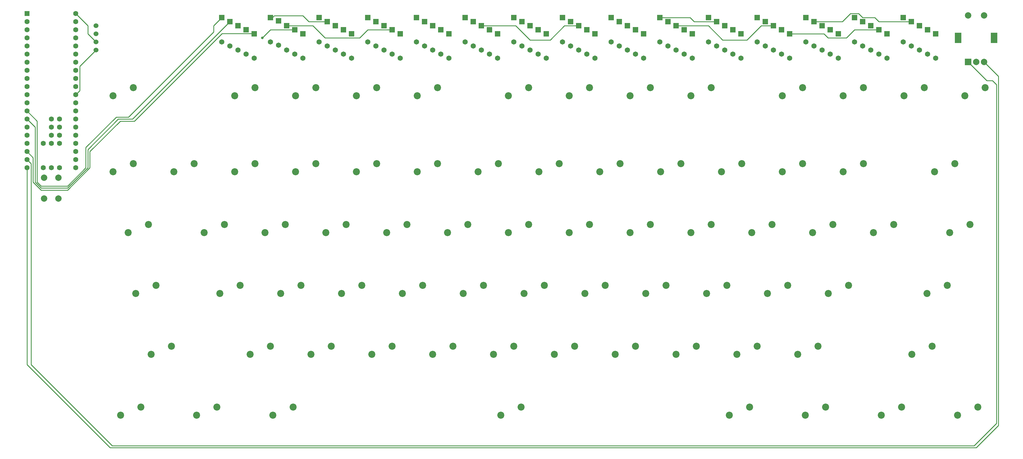
<source format=gbr>
%TF.GenerationSoftware,KiCad,Pcbnew,(5.1.7)-1*%
%TF.CreationDate,2020-12-17T15:46:30-08:00*%
%TF.ProjectId,memers and dreamers,6d656d65-7273-4206-916e-642064726561,rev?*%
%TF.SameCoordinates,Original*%
%TF.FileFunction,Copper,L2,Bot*%
%TF.FilePolarity,Positive*%
%FSLAX46Y46*%
G04 Gerber Fmt 4.6, Leading zero omitted, Abs format (unit mm)*
G04 Created by KiCad (PCBNEW (5.1.7)-1) date 2020-12-17 15:46:30*
%MOMM*%
%LPD*%
G01*
G04 APERTURE LIST*
%TA.AperFunction,ComponentPad*%
%ADD10C,1.600000*%
%TD*%
%TA.AperFunction,ComponentPad*%
%ADD11R,1.600000X1.600000*%
%TD*%
%TA.AperFunction,ComponentPad*%
%ADD12C,2.200000*%
%TD*%
%TA.AperFunction,ComponentPad*%
%ADD13C,1.651000*%
%TD*%
%TA.AperFunction,ComponentPad*%
%ADD14R,1.651000X1.651000*%
%TD*%
%TA.AperFunction,ComponentPad*%
%ADD15C,2.000000*%
%TD*%
%TA.AperFunction,WasherPad*%
%ADD16R,2.000000X3.200000*%
%TD*%
%TA.AperFunction,ComponentPad*%
%ADD17R,2.000000X2.000000*%
%TD*%
%TA.AperFunction,ComponentPad*%
%ADD18C,1.524000*%
%TD*%
%TA.AperFunction,ViaPad*%
%ADD19C,0.800000*%
%TD*%
%TA.AperFunction,Conductor*%
%ADD20C,0.250000*%
%TD*%
G04 APERTURE END LIST*
D10*
%TO.P,U2,9*%
%TO.N,Net-(U2-Pad9)*%
X-6350000Y-54610000D03*
%TO.P,U2,10*%
%TO.N,Net-(U2-Pad10)*%
X-6350000Y-57150000D03*
%TO.P,U2,11*%
%TO.N,Net-(U2-Pad11)*%
X-6350000Y-59690000D03*
%TO.P,U2,8*%
%TO.N,Net-(U2-Pad8)*%
X-6350000Y-52070000D03*
%TO.P,U2,7*%
%TO.N,Net-(U2-Pad7)*%
X-6350000Y-49530000D03*
%TO.P,U2,6*%
%TO.N,Net-(U2-Pad6)*%
X-6350000Y-46990000D03*
%TO.P,U2,5*%
%TO.N,Net-(U2-Pad5)*%
X-6350000Y-44450000D03*
%TO.P,U2,4*%
%TO.N,SDA*%
X-6350000Y-41910000D03*
%TO.P,U2,3*%
%TO.N,SCL*%
X-6350000Y-39370000D03*
%TO.P,U2,2*%
%TO.N,Net-(U2-Pad2)*%
X-6350000Y-36830000D03*
D11*
%TO.P,U2,1*%
%TO.N,Net-(U2-Pad1)*%
X-6350000Y-34290000D03*
D10*
%TO.P,U2,12*%
%TO.N,Net-(U2-Pad12)*%
X-6350000Y-62230000D03*
%TO.P,U2,13*%
%TO.N,Row0*%
X-6350000Y-64770000D03*
%TO.P,U2,14*%
%TO.N,Row1*%
X-6350000Y-67310000D03*
%TO.P,U2,15*%
%TO.N,Row2*%
X-6350000Y-69850000D03*
%TO.P,U2,16*%
%TO.N,Row3*%
X-6350000Y-72390000D03*
%TO.P,U2,17*%
%TO.N,Row4*%
X-6350000Y-74930000D03*
%TO.P,U2,18*%
%TO.N,Row5*%
X-6350000Y-77470000D03*
%TO.P,U2,19*%
%TO.N,EncA*%
X-6350000Y-80010000D03*
%TO.P,U2,20*%
%TO.N,EncB*%
X-6350000Y-82550000D03*
%TO.P,U2,21*%
%TO.N,+5V*%
X-1270000Y-82550000D03*
%TO.P,U2,22*%
%TO.N,GND*%
X1270000Y-82550000D03*
%TO.P,U2,23*%
%TO.N,Reset*%
X3810000Y-82550000D03*
%TO.P,U2,24*%
%TO.N,Net-(U2-Pad24)*%
X8890000Y-82550000D03*
%TO.P,U2,25*%
%TO.N,Net-(U2-Pad25)*%
X8890000Y-80010000D03*
%TO.P,U2,26*%
%TO.N,Col14*%
X8890000Y-77470000D03*
%TO.P,U2,27*%
%TO.N,Col13*%
X8890000Y-74930000D03*
%TO.P,U2,28*%
%TO.N,Col12*%
X8890000Y-72390000D03*
%TO.P,U2,29*%
%TO.N,Col11*%
X8890000Y-69850000D03*
%TO.P,U2,30*%
%TO.N,Col10*%
X8890000Y-67310000D03*
%TO.P,U2,31*%
%TO.N,Col9*%
X8890000Y-64770000D03*
%TO.P,U2,32*%
%TO.N,Net-(U2-Pad32)*%
X8890000Y-62230000D03*
%TO.P,U2,33*%
%TO.N,GND*%
X8890000Y-59690000D03*
%TO.P,U2,34*%
%TO.N,Col8*%
X8890000Y-57150000D03*
%TO.P,U2,35*%
%TO.N,Col7*%
X8890000Y-54610000D03*
%TO.P,U2,36*%
%TO.N,Col6*%
X8890000Y-52070000D03*
%TO.P,U2,37*%
%TO.N,Col5*%
X8890000Y-49530000D03*
%TO.P,U2,38*%
%TO.N,Col4*%
X8890000Y-46990000D03*
%TO.P,U2,39*%
%TO.N,Col3*%
X8890000Y-44450000D03*
%TO.P,U2,40*%
%TO.N,Col2*%
X8890000Y-41910000D03*
%TO.P,U2,41*%
%TO.N,Col1*%
X8890000Y-39370000D03*
%TO.P,U2,42*%
%TO.N,Col0*%
X8890000Y-36830000D03*
%TO.P,U2,43*%
%TO.N,+5V*%
X8890000Y-34290000D03*
%TO.P,U2,44*%
%TO.N,Net-(U2-Pad44)*%
X3810000Y-67310000D03*
%TO.P,U2,45*%
%TO.N,Net-(U2-Pad45)*%
X3810000Y-69850000D03*
%TO.P,U2,46*%
%TO.N,Net-(U2-Pad46)*%
X3810000Y-72390000D03*
%TO.P,U2,47*%
%TO.N,Net-(U2-Pad47)*%
X3810000Y-74930000D03*
%TO.P,U2,48*%
%TO.N,Net-(U2-Pad48)*%
X1270000Y-67310000D03*
%TO.P,U2,49*%
%TO.N,Net-(U2-Pad49)*%
X1270000Y-69850000D03*
%TO.P,U2,50*%
%TO.N,Net-(U2-Pad50)*%
X1270000Y-72390000D03*
%TO.P,U2,51*%
%TO.N,Net-(U2-Pad51)*%
X1270000Y-74930000D03*
%TO.P,U2,52*%
%TO.N,Net-(U2-Pad52)*%
X-1270000Y-74930000D03*
%TD*%
D12*
%TO.P,SW14,1*%
%TO.N,Col0*%
X26957020Y-81280000D03*
%TO.P,SW14,2*%
%TO.N,Net-(D14-Pad2)*%
X20607020Y-83820000D03*
%TD*%
%TO.P,SW1,1*%
%TO.N,Col0*%
X26957020Y-57467500D03*
%TO.P,SW1,2*%
%TO.N,Net-(D1-Pad2)*%
X20607020Y-60007500D03*
%TD*%
D13*
%TO.P,D75,2*%
%TO.N,Net-(D75-Pad2)*%
X278130000Y-48260000D03*
D14*
%TO.P,D75,1*%
%TO.N,Row5*%
X278130000Y-40640000D03*
%TD*%
D13*
%TO.P,D74,2*%
%TO.N,Net-(D74-Pad2)*%
X262890000Y-48260000D03*
D14*
%TO.P,D74,1*%
%TO.N,Row5*%
X262890000Y-40640000D03*
%TD*%
D13*
%TO.P,D73,2*%
%TO.N,Net-(D73-Pad2)*%
X247650000Y-48260000D03*
D14*
%TO.P,D73,1*%
%TO.N,Row5*%
X247650000Y-40640000D03*
%TD*%
D13*
%TO.P,D72,2*%
%TO.N,Net-(D72-Pad2)*%
X217170000Y-48260000D03*
D14*
%TO.P,D72,1*%
%TO.N,Row5*%
X217170000Y-40640000D03*
%TD*%
D13*
%TO.P,D71,2*%
%TO.N,Net-(D71-Pad2)*%
X156210000Y-48260000D03*
D14*
%TO.P,D71,1*%
%TO.N,Row5*%
X156210000Y-40640000D03*
%TD*%
D13*
%TO.P,D70,2*%
%TO.N,Net-(D70-Pad2)*%
X95250000Y-48260000D03*
D14*
%TO.P,D70,1*%
%TO.N,Row5*%
X95250000Y-40640000D03*
%TD*%
D13*
%TO.P,D69,2*%
%TO.N,Net-(D69-Pad2)*%
X80010000Y-48260000D03*
D14*
%TO.P,D69,1*%
%TO.N,Row5*%
X80010000Y-40640000D03*
%TD*%
%TO.P,D68,1*%
%TO.N,Row5*%
X64770000Y-40640000D03*
D13*
%TO.P,D68,2*%
%TO.N,Net-(D68-Pad2)*%
X64770000Y-48260000D03*
%TD*%
%TO.P,D67,2*%
%TO.N,Net-(D67-Pad2)*%
X260350000Y-46990000D03*
D14*
%TO.P,D67,1*%
%TO.N,Row4*%
X260350000Y-39370000D03*
%TD*%
D13*
%TO.P,D66,2*%
%TO.N,Net-(D66-Pad2)*%
X232410000Y-48260000D03*
D14*
%TO.P,D66,1*%
%TO.N,Row4*%
X232410000Y-40640000D03*
%TD*%
D13*
%TO.P,D65,2*%
%TO.N,Net-(D65-Pad2)*%
X214630000Y-46990000D03*
D14*
%TO.P,D65,1*%
%TO.N,Row4*%
X214630000Y-39370000D03*
%TD*%
D13*
%TO.P,D64,2*%
%TO.N,Net-(D64-Pad2)*%
X201930000Y-48260000D03*
D14*
%TO.P,D64,1*%
%TO.N,Row4*%
X201930000Y-40640000D03*
%TD*%
D13*
%TO.P,D63,2*%
%TO.N,Net-(D63-Pad2)*%
X186690000Y-48260000D03*
D14*
%TO.P,D63,1*%
%TO.N,Row4*%
X186690000Y-40640000D03*
%TD*%
D13*
%TO.P,D62,2*%
%TO.N,Net-(D62-Pad2)*%
X171450000Y-48260000D03*
D14*
%TO.P,D62,1*%
%TO.N,Row4*%
X171450000Y-40640000D03*
%TD*%
D13*
%TO.P,D61,2*%
%TO.N,Net-(D61-Pad2)*%
X153670000Y-46990000D03*
D14*
%TO.P,D61,1*%
%TO.N,Row4*%
X153670000Y-39370000D03*
%TD*%
D13*
%TO.P,D60,2*%
%TO.N,Net-(D60-Pad2)*%
X140970000Y-48260000D03*
D14*
%TO.P,D60,1*%
%TO.N,Row4*%
X140970000Y-40640000D03*
%TD*%
D13*
%TO.P,D59,2*%
%TO.N,Net-(D59-Pad2)*%
X125730000Y-48260000D03*
D14*
%TO.P,D59,1*%
%TO.N,Row4*%
X125730000Y-40640000D03*
%TD*%
D13*
%TO.P,D58,2*%
%TO.N,Net-(D58-Pad2)*%
X110490000Y-48260000D03*
D14*
%TO.P,D58,1*%
%TO.N,Row4*%
X110490000Y-40640000D03*
%TD*%
D13*
%TO.P,D57,2*%
%TO.N,Net-(D57-Pad2)*%
X92710000Y-46990000D03*
D14*
%TO.P,D57,1*%
%TO.N,Row4*%
X92710000Y-39370000D03*
%TD*%
D13*
%TO.P,D56,2*%
%TO.N,Net-(D56-Pad2)*%
X77470000Y-46990000D03*
D14*
%TO.P,D56,1*%
%TO.N,Row4*%
X77470000Y-39370000D03*
%TD*%
D13*
%TO.P,D55,2*%
%TO.N,Net-(D55-Pad2)*%
X275590000Y-46990000D03*
D14*
%TO.P,D55,1*%
%TO.N,Row4*%
X275590000Y-39370000D03*
%TD*%
D13*
%TO.P,D54,2*%
%TO.N,Net-(D54-Pad2)*%
X257810000Y-45720000D03*
D14*
%TO.P,D54,1*%
%TO.N,Row3*%
X257810000Y-38100000D03*
%TD*%
D13*
%TO.P,D53,2*%
%TO.N,Net-(D53-Pad2)*%
X245110000Y-46990000D03*
D14*
%TO.P,D53,1*%
%TO.N,Row3*%
X245110000Y-39370000D03*
%TD*%
D13*
%TO.P,D52,2*%
%TO.N,Net-(D52-Pad2)*%
X229870000Y-46990000D03*
D14*
%TO.P,D52,1*%
%TO.N,Row3*%
X229870000Y-39370000D03*
%TD*%
D13*
%TO.P,D51,2*%
%TO.N,Net-(D51-Pad2)*%
X212090000Y-45720000D03*
D14*
%TO.P,D51,1*%
%TO.N,Row3*%
X212090000Y-38100000D03*
%TD*%
D13*
%TO.P,D50,2*%
%TO.N,Net-(D50-Pad2)*%
X199390000Y-46990000D03*
D14*
%TO.P,D50,1*%
%TO.N,Row3*%
X199390000Y-39370000D03*
%TD*%
D13*
%TO.P,D49,2*%
%TO.N,Net-(D49-Pad2)*%
X184150000Y-46990000D03*
D14*
%TO.P,D49,1*%
%TO.N,Row3*%
X184150000Y-39370000D03*
%TD*%
D13*
%TO.P,D48,2*%
%TO.N,Net-(D48-Pad2)*%
X168910000Y-46990000D03*
D14*
%TO.P,D48,1*%
%TO.N,Row3*%
X168910000Y-39370000D03*
%TD*%
D13*
%TO.P,D47,2*%
%TO.N,Net-(D47-Pad2)*%
X151130000Y-45720000D03*
D14*
%TO.P,D47,1*%
%TO.N,Row3*%
X151130000Y-38100000D03*
%TD*%
D13*
%TO.P,D46,2*%
%TO.N,Net-(D46-Pad2)*%
X138430000Y-46990000D03*
D14*
%TO.P,D46,1*%
%TO.N,Row3*%
X138430000Y-39370000D03*
%TD*%
D13*
%TO.P,D45,2*%
%TO.N,Net-(D45-Pad2)*%
X123190000Y-46990000D03*
D14*
%TO.P,D45,1*%
%TO.N,Row3*%
X123190000Y-39370000D03*
%TD*%
D13*
%TO.P,D44,2*%
%TO.N,Net-(D44-Pad2)*%
X107950000Y-46990000D03*
D14*
%TO.P,D44,1*%
%TO.N,Row3*%
X107950000Y-39370000D03*
%TD*%
D13*
%TO.P,D43,2*%
%TO.N,Net-(D43-Pad2)*%
X74930000Y-45720000D03*
D14*
%TO.P,D43,1*%
%TO.N,Row3*%
X74930000Y-38100000D03*
%TD*%
%TO.P,D42,1*%
%TO.N,Row3*%
X62230000Y-39370000D03*
D13*
%TO.P,D42,2*%
%TO.N,Net-(D42-Pad2)*%
X62230000Y-46990000D03*
%TD*%
%TO.P,D41,2*%
%TO.N,Net-(D41-Pad2)*%
X273050000Y-45720000D03*
D14*
%TO.P,D41,1*%
%TO.N,Row2*%
X273050000Y-38100000D03*
%TD*%
D13*
%TO.P,D40,2*%
%TO.N,Net-(D40-Pad2)*%
X255270000Y-44450000D03*
D14*
%TO.P,D40,1*%
%TO.N,Row2*%
X255270000Y-36830000D03*
%TD*%
D13*
%TO.P,D39,2*%
%TO.N,Net-(D39-Pad2)*%
X242570000Y-45720000D03*
D14*
%TO.P,D39,1*%
%TO.N,Row2*%
X242570000Y-38100000D03*
%TD*%
D13*
%TO.P,D38,2*%
%TO.N,Net-(D38-Pad2)*%
X227330000Y-45720000D03*
D14*
%TO.P,D38,1*%
%TO.N,Row2*%
X227330000Y-38100000D03*
%TD*%
D13*
%TO.P,D37,2*%
%TO.N,Net-(D37-Pad2)*%
X196850000Y-45720000D03*
D14*
%TO.P,D37,1*%
%TO.N,Row2*%
X196850000Y-38100000D03*
%TD*%
D13*
%TO.P,D36,2*%
%TO.N,Net-(D36-Pad2)*%
X194310000Y-44450000D03*
D14*
%TO.P,D36,1*%
%TO.N,Row2*%
X194310000Y-36830000D03*
%TD*%
D13*
%TO.P,D35,2*%
%TO.N,Net-(D35-Pad2)*%
X181610000Y-45720000D03*
D14*
%TO.P,D35,1*%
%TO.N,Row2*%
X181610000Y-38100000D03*
%TD*%
D13*
%TO.P,D34,2*%
%TO.N,Net-(D34-Pad2)*%
X166370000Y-45720000D03*
D14*
%TO.P,D34,1*%
%TO.N,Row2*%
X166370000Y-38100000D03*
%TD*%
D13*
%TO.P,D33,2*%
%TO.N,Net-(D33-Pad2)*%
X135890000Y-45720000D03*
D14*
%TO.P,D33,1*%
%TO.N,Row2*%
X135890000Y-38100000D03*
%TD*%
D13*
%TO.P,D32,2*%
%TO.N,Net-(D32-Pad2)*%
X120650000Y-45720000D03*
D14*
%TO.P,D32,1*%
%TO.N,Row2*%
X120650000Y-38100000D03*
%TD*%
D13*
%TO.P,D31,2*%
%TO.N,Net-(D31-Pad2)*%
X105410000Y-45720000D03*
D14*
%TO.P,D31,1*%
%TO.N,Row2*%
X105410000Y-38100000D03*
%TD*%
D13*
%TO.P,D30,2*%
%TO.N,Net-(D30-Pad2)*%
X90170000Y-45720000D03*
D14*
%TO.P,D30,1*%
%TO.N,Row2*%
X90170000Y-38100000D03*
%TD*%
D13*
%TO.P,D29,2*%
%TO.N,Net-(D29-Pad2)*%
X72390000Y-44196000D03*
D14*
%TO.P,D29,1*%
%TO.N,Row2*%
X72390000Y-36576000D03*
%TD*%
%TO.P,D28,1*%
%TO.N,Row2*%
X59690000Y-38100000D03*
D13*
%TO.P,D28,2*%
%TO.N,Net-(D28-Pad2)*%
X59690000Y-45720000D03*
%TD*%
%TO.P,D27,2*%
%TO.N,Net-(D27-Pad2)*%
X270510000Y-44450000D03*
D14*
%TO.P,D27,1*%
%TO.N,Row1*%
X270510000Y-36830000D03*
%TD*%
D13*
%TO.P,D26,2*%
%TO.N,Net-(D26-Pad2)*%
X240030000Y-44450000D03*
D14*
%TO.P,D26,1*%
%TO.N,Row1*%
X240030000Y-36830000D03*
%TD*%
D13*
%TO.P,D25,2*%
%TO.N,Net-(D25-Pad2)*%
X224790000Y-44450000D03*
D14*
%TO.P,D25,1*%
%TO.N,Row1*%
X224790000Y-36830000D03*
%TD*%
D13*
%TO.P,D24,2*%
%TO.N,Net-(D24-Pad2)*%
X209550000Y-44450000D03*
D14*
%TO.P,D24,1*%
%TO.N,Row1*%
X209550000Y-36830000D03*
%TD*%
D13*
%TO.P,D23,2*%
%TO.N,Net-(D23-Pad2)*%
X191770000Y-43180000D03*
D14*
%TO.P,D23,1*%
%TO.N,Row1*%
X191770000Y-35560000D03*
%TD*%
D13*
%TO.P,D22,2*%
%TO.N,Net-(D22-Pad2)*%
X179070000Y-44450000D03*
D14*
%TO.P,D22,1*%
%TO.N,Row1*%
X179070000Y-36830000D03*
%TD*%
D13*
%TO.P,D21,2*%
%TO.N,Net-(D21-Pad2)*%
X163830000Y-44450000D03*
D14*
%TO.P,D21,1*%
%TO.N,Row1*%
X163830000Y-36830000D03*
%TD*%
D13*
%TO.P,D20,2*%
%TO.N,Net-(D20-Pad2)*%
X148590000Y-44450000D03*
D14*
%TO.P,D20,1*%
%TO.N,Row1*%
X148590000Y-36830000D03*
%TD*%
D13*
%TO.P,D19,2*%
%TO.N,Net-(D19-Pad2)*%
X133350000Y-44450000D03*
D14*
%TO.P,D19,1*%
%TO.N,Row1*%
X133350000Y-36830000D03*
%TD*%
D13*
%TO.P,D18,2*%
%TO.N,Net-(D18-Pad2)*%
X118110000Y-44450000D03*
D14*
%TO.P,D18,1*%
%TO.N,Row1*%
X118110000Y-36830000D03*
%TD*%
D13*
%TO.P,D17,2*%
%TO.N,Net-(D17-Pad2)*%
X102870000Y-44450000D03*
D14*
%TO.P,D17,1*%
%TO.N,Row1*%
X102870000Y-36830000D03*
%TD*%
D13*
%TO.P,D16,2*%
%TO.N,Net-(D16-Pad2)*%
X87630000Y-44450000D03*
D14*
%TO.P,D16,1*%
%TO.N,Row1*%
X87630000Y-36830000D03*
%TD*%
D13*
%TO.P,D15,2*%
%TO.N,Net-(D15-Pad2)*%
X69850000Y-43180000D03*
D14*
%TO.P,D15,1*%
%TO.N,Row1*%
X69850000Y-35560000D03*
%TD*%
%TO.P,D14,1*%
%TO.N,Row1*%
X57150000Y-36830000D03*
D13*
%TO.P,D14,2*%
%TO.N,Net-(D14-Pad2)*%
X57150000Y-44450000D03*
%TD*%
%TO.P,D13,2*%
%TO.N,Net-(D13-Pad2)*%
X267970000Y-43180000D03*
D14*
%TO.P,D13,1*%
%TO.N,Row0*%
X267970000Y-35560000D03*
%TD*%
D13*
%TO.P,D12,2*%
%TO.N,Net-(D12-Pad2)*%
X252730000Y-43180000D03*
D14*
%TO.P,D12,1*%
%TO.N,Row0*%
X252730000Y-35560000D03*
%TD*%
D13*
%TO.P,D11,2*%
%TO.N,Net-(D11-Pad2)*%
X237490000Y-43180000D03*
D14*
%TO.P,D11,1*%
%TO.N,Row0*%
X237490000Y-35560000D03*
%TD*%
D13*
%TO.P,D10,2*%
%TO.N,Net-(D10-Pad2)*%
X222250000Y-43180000D03*
D14*
%TO.P,D10,1*%
%TO.N,Row0*%
X222250000Y-35560000D03*
%TD*%
D13*
%TO.P,D9,2*%
%TO.N,Net-(D9-Pad2)*%
X207010000Y-43180000D03*
D14*
%TO.P,D9,1*%
%TO.N,Row0*%
X207010000Y-35560000D03*
%TD*%
D13*
%TO.P,D8,2*%
%TO.N,Net-(D8-Pad2)*%
X176530000Y-43180000D03*
D14*
%TO.P,D8,1*%
%TO.N,Row0*%
X176530000Y-35560000D03*
%TD*%
D13*
%TO.P,D7,2*%
%TO.N,Net-(D7-Pad2)*%
X161290000Y-43180000D03*
D14*
%TO.P,D7,1*%
%TO.N,Row0*%
X161290000Y-35560000D03*
%TD*%
D13*
%TO.P,D6,2*%
%TO.N,Net-(D6-Pad2)*%
X146050000Y-43180000D03*
D14*
%TO.P,D6,1*%
%TO.N,Row0*%
X146050000Y-35560000D03*
%TD*%
D13*
%TO.P,D5,2*%
%TO.N,Net-(D5-Pad2)*%
X130810000Y-43180000D03*
D14*
%TO.P,D5,1*%
%TO.N,Row0*%
X130810000Y-35560000D03*
%TD*%
D13*
%TO.P,D4,2*%
%TO.N,Net-(D4-Pad2)*%
X115570000Y-43180000D03*
D14*
%TO.P,D4,1*%
%TO.N,Row0*%
X115570000Y-35560000D03*
%TD*%
D13*
%TO.P,D3,2*%
%TO.N,Net-(D3-Pad2)*%
X100330000Y-43180000D03*
D14*
%TO.P,D3,1*%
%TO.N,Row0*%
X100330000Y-35560000D03*
%TD*%
D13*
%TO.P,D2,2*%
%TO.N,Net-(D2-Pad2)*%
X85090000Y-43180000D03*
D14*
%TO.P,D2,1*%
%TO.N,Row0*%
X85090000Y-35560000D03*
%TD*%
%TO.P,D1,1*%
%TO.N,Row0*%
X54610000Y-35560000D03*
D13*
%TO.P,D1,2*%
%TO.N,Net-(D1-Pad2)*%
X54610000Y-43180000D03*
%TD*%
D12*
%TO.P,SW75,2*%
%TO.N,Net-(D75-Pad2)*%
X284988000Y-160020000D03*
%TO.P,SW75,1*%
%TO.N,Col14*%
X291338000Y-157480000D03*
%TD*%
%TO.P,SW74,2*%
%TO.N,Net-(D74-Pad2)*%
X261175500Y-160020000D03*
%TO.P,SW74,1*%
%TO.N,Col13*%
X267525500Y-157480000D03*
%TD*%
%TO.P,SW73,2*%
%TO.N,Net-(D73-Pad2)*%
X237363000Y-160020000D03*
%TO.P,SW73,1*%
%TO.N,Col11*%
X243713000Y-157480000D03*
%TD*%
%TO.P,SW72,2*%
%TO.N,Net-(D72-Pad2)*%
X213550500Y-160020000D03*
%TO.P,SW72,1*%
%TO.N,Col10*%
X219900500Y-157480000D03*
%TD*%
%TO.P,SW2,1*%
%TO.N,Col2*%
X65057020Y-57467500D03*
%TO.P,SW2,2*%
%TO.N,Net-(D2-Pad2)*%
X58707020Y-60007500D03*
%TD*%
%TO.P,SW3,1*%
%TO.N,Col3*%
X84107020Y-57467500D03*
%TO.P,SW3,2*%
%TO.N,Net-(D3-Pad2)*%
X77757020Y-60007500D03*
%TD*%
%TO.P,SW4,2*%
%TO.N,Net-(D4-Pad2)*%
X96807020Y-60007500D03*
%TO.P,SW4,1*%
%TO.N,Col4*%
X103157020Y-57467500D03*
%TD*%
%TO.P,SW5,1*%
%TO.N,Col5*%
X122207020Y-57467500D03*
%TO.P,SW5,2*%
%TO.N,Net-(D5-Pad2)*%
X115857020Y-60007500D03*
%TD*%
%TO.P,SW6,2*%
%TO.N,Net-(D6-Pad2)*%
X144432020Y-60007500D03*
%TO.P,SW6,1*%
%TO.N,Col7*%
X150782020Y-57467500D03*
%TD*%
%TO.P,SW7,1*%
%TO.N,Col8*%
X169832020Y-57467500D03*
%TO.P,SW7,2*%
%TO.N,Net-(D7-Pad2)*%
X163482020Y-60007500D03*
%TD*%
%TO.P,SW8,2*%
%TO.N,Net-(D8-Pad2)*%
X182532020Y-60007500D03*
%TO.P,SW8,1*%
%TO.N,Col9*%
X188882020Y-57467500D03*
%TD*%
%TO.P,SW9,2*%
%TO.N,Net-(D9-Pad2)*%
X201582020Y-60007500D03*
%TO.P,SW9,1*%
%TO.N,Col10*%
X207932020Y-57467500D03*
%TD*%
%TO.P,SW10,2*%
%TO.N,Net-(D10-Pad2)*%
X230157020Y-60007500D03*
%TO.P,SW10,1*%
%TO.N,Col11*%
X236507020Y-57467500D03*
%TD*%
%TO.P,SW11,1*%
%TO.N,Col12*%
X255557020Y-57467500D03*
%TO.P,SW11,2*%
%TO.N,Net-(D11-Pad2)*%
X249207020Y-60007500D03*
%TD*%
%TO.P,SW12,2*%
%TO.N,Net-(D12-Pad2)*%
X268257020Y-60007500D03*
%TO.P,SW12,1*%
%TO.N,Col13*%
X274607020Y-57467500D03*
%TD*%
%TO.P,SW13,1*%
%TO.N,Col14*%
X293657020Y-57467500D03*
%TO.P,SW13,2*%
%TO.N,Net-(D13-Pad2)*%
X287307020Y-60007500D03*
%TD*%
%TO.P,SW15,2*%
%TO.N,Net-(D15-Pad2)*%
X39657020Y-83820000D03*
%TO.P,SW15,1*%
%TO.N,Col1*%
X46007020Y-81280000D03*
%TD*%
%TO.P,SW16,2*%
%TO.N,Net-(D16-Pad2)*%
X58707020Y-83820000D03*
%TO.P,SW16,1*%
%TO.N,Col2*%
X65057020Y-81280000D03*
%TD*%
%TO.P,SW17,2*%
%TO.N,Net-(D17-Pad2)*%
X77757020Y-83820000D03*
%TO.P,SW17,1*%
%TO.N,Col3*%
X84107020Y-81280000D03*
%TD*%
%TO.P,SW18,1*%
%TO.N,Col4*%
X103157020Y-81280000D03*
%TO.P,SW18,2*%
%TO.N,Net-(D18-Pad2)*%
X96807020Y-83820000D03*
%TD*%
%TO.P,SW19,2*%
%TO.N,Net-(D19-Pad2)*%
X115857020Y-83820000D03*
%TO.P,SW19,1*%
%TO.N,Col5*%
X122207020Y-81280000D03*
%TD*%
%TO.P,SW20,1*%
%TO.N,Col6*%
X141257020Y-81280000D03*
%TO.P,SW20,2*%
%TO.N,Net-(D20-Pad2)*%
X134907020Y-83820000D03*
%TD*%
%TO.P,SW21,1*%
%TO.N,Col7*%
X160307020Y-81280000D03*
%TO.P,SW21,2*%
%TO.N,Net-(D21-Pad2)*%
X153957020Y-83820000D03*
%TD*%
%TO.P,SW22,2*%
%TO.N,Net-(D22-Pad2)*%
X173007020Y-83820000D03*
%TO.P,SW22,1*%
%TO.N,Col8*%
X179357020Y-81280000D03*
%TD*%
%TO.P,SW23,2*%
%TO.N,Net-(D23-Pad2)*%
X192057020Y-83820000D03*
%TO.P,SW23,1*%
%TO.N,Col9*%
X198407020Y-81280000D03*
%TD*%
%TO.P,SW24,1*%
%TO.N,Col10*%
X217457020Y-81280000D03*
%TO.P,SW24,2*%
%TO.N,Net-(D24-Pad2)*%
X211107020Y-83820000D03*
%TD*%
%TO.P,SW25,1*%
%TO.N,Col11*%
X236507020Y-81280000D03*
%TO.P,SW25,2*%
%TO.N,Net-(D25-Pad2)*%
X230157020Y-83820000D03*
%TD*%
%TO.P,SW26,1*%
%TO.N,Col12*%
X255557020Y-81280000D03*
%TO.P,SW26,2*%
%TO.N,Net-(D26-Pad2)*%
X249207020Y-83820000D03*
%TD*%
%TO.P,SW27,1*%
%TO.N,Col14*%
X284190440Y-81280000D03*
%TO.P,SW27,2*%
%TO.N,Net-(D27-Pad2)*%
X277840440Y-83820000D03*
%TD*%
%TO.P,SW28,1*%
%TO.N,Col0*%
X31719520Y-100330000D03*
%TO.P,SW28,2*%
%TO.N,Net-(D28-Pad2)*%
X25369520Y-102870000D03*
%TD*%
%TO.P,SW29,1*%
%TO.N,Col2*%
X55532020Y-100330000D03*
%TO.P,SW29,2*%
%TO.N,Net-(D29-Pad2)*%
X49182020Y-102870000D03*
%TD*%
%TO.P,SW30,2*%
%TO.N,Net-(D30-Pad2)*%
X68232020Y-102870000D03*
%TO.P,SW30,1*%
%TO.N,Col3*%
X74582020Y-100330000D03*
%TD*%
%TO.P,SW31,2*%
%TO.N,Net-(D31-Pad2)*%
X87282020Y-102870000D03*
%TO.P,SW31,1*%
%TO.N,Col4*%
X93632020Y-100330000D03*
%TD*%
%TO.P,SW32,2*%
%TO.N,Net-(D32-Pad2)*%
X106332020Y-102870000D03*
%TO.P,SW32,1*%
%TO.N,Col5*%
X112682020Y-100330000D03*
%TD*%
%TO.P,SW33,2*%
%TO.N,Net-(D33-Pad2)*%
X125382020Y-102870000D03*
%TO.P,SW33,1*%
%TO.N,Col6*%
X131732020Y-100330000D03*
%TD*%
%TO.P,SW34,2*%
%TO.N,Net-(D34-Pad2)*%
X144432020Y-102870000D03*
%TO.P,SW34,1*%
%TO.N,Col7*%
X150782020Y-100330000D03*
%TD*%
%TO.P,SW35,1*%
%TO.N,Col8*%
X169832020Y-100330000D03*
%TO.P,SW35,2*%
%TO.N,Net-(D35-Pad2)*%
X163482020Y-102870000D03*
%TD*%
%TO.P,SW36,2*%
%TO.N,Net-(D36-Pad2)*%
X182532020Y-102870000D03*
%TO.P,SW36,1*%
%TO.N,Col9*%
X188882020Y-100330000D03*
%TD*%
%TO.P,SW37,2*%
%TO.N,Net-(D37-Pad2)*%
X201582020Y-102870000D03*
%TO.P,SW37,1*%
%TO.N,Col10*%
X207932020Y-100330000D03*
%TD*%
%TO.P,SW38,1*%
%TO.N,Col11*%
X226982020Y-100330000D03*
%TO.P,SW38,2*%
%TO.N,Net-(D38-Pad2)*%
X220632020Y-102870000D03*
%TD*%
%TO.P,SW39,1*%
%TO.N,Col12*%
X246032020Y-100330000D03*
%TO.P,SW39,2*%
%TO.N,Net-(D39-Pad2)*%
X239682020Y-102870000D03*
%TD*%
%TO.P,SW40,1*%
%TO.N,Col13*%
X265082020Y-100330000D03*
%TO.P,SW40,2*%
%TO.N,Net-(D40-Pad2)*%
X258732020Y-102870000D03*
%TD*%
%TO.P,SW41,2*%
%TO.N,Net-(D41-Pad2)*%
X282605480Y-102872540D03*
%TO.P,SW41,1*%
%TO.N,Col14*%
X288955480Y-100332540D03*
%TD*%
%TO.P,SW42,1*%
%TO.N,Col0*%
X34099500Y-119380000D03*
%TO.P,SW42,2*%
%TO.N,Net-(D42-Pad2)*%
X27749500Y-121920000D03*
%TD*%
%TO.P,SW43,2*%
%TO.N,Net-(D43-Pad2)*%
X54038500Y-121920000D03*
%TO.P,SW43,1*%
%TO.N,Col2*%
X60388500Y-119380000D03*
%TD*%
%TO.P,SW44,1*%
%TO.N,Col3*%
X79438500Y-119380000D03*
%TO.P,SW44,2*%
%TO.N,Net-(D44-Pad2)*%
X73088500Y-121920000D03*
%TD*%
%TO.P,SW45,1*%
%TO.N,Col4*%
X98488500Y-119380000D03*
%TO.P,SW45,2*%
%TO.N,Net-(D45-Pad2)*%
X92138500Y-121920000D03*
%TD*%
%TO.P,SW46,1*%
%TO.N,Col5*%
X117538500Y-119380000D03*
%TO.P,SW46,2*%
%TO.N,Net-(D46-Pad2)*%
X111188500Y-121920000D03*
%TD*%
%TO.P,SW47,1*%
%TO.N,Col6*%
X136588500Y-119380000D03*
%TO.P,SW47,2*%
%TO.N,Net-(D47-Pad2)*%
X130238500Y-121920000D03*
%TD*%
%TO.P,SW48,2*%
%TO.N,Net-(D48-Pad2)*%
X149288500Y-121920000D03*
%TO.P,SW48,1*%
%TO.N,Col7*%
X155638500Y-119380000D03*
%TD*%
%TO.P,SW49,2*%
%TO.N,Net-(D49-Pad2)*%
X168338500Y-121920000D03*
%TO.P,SW49,1*%
%TO.N,Col8*%
X174688500Y-119380000D03*
%TD*%
%TO.P,SW50,1*%
%TO.N,Col9*%
X193738500Y-119380000D03*
%TO.P,SW50,2*%
%TO.N,Net-(D50-Pad2)*%
X187388500Y-121920000D03*
%TD*%
%TO.P,SW51,1*%
%TO.N,Col10*%
X212788500Y-119380000D03*
%TO.P,SW51,2*%
%TO.N,Net-(D51-Pad2)*%
X206438500Y-121920000D03*
%TD*%
%TO.P,SW52,2*%
%TO.N,Net-(D52-Pad2)*%
X225488500Y-121920000D03*
%TO.P,SW52,1*%
%TO.N,Col11*%
X231838500Y-119380000D03*
%TD*%
%TO.P,SW53,2*%
%TO.N,Net-(D53-Pad2)*%
X244538500Y-121920000D03*
%TO.P,SW53,1*%
%TO.N,Col12*%
X250888500Y-119380000D03*
%TD*%
%TO.P,SW54,2*%
%TO.N,Net-(D54-Pad2)*%
X275463000Y-121920000D03*
%TO.P,SW54,1*%
%TO.N,Col13*%
X281813000Y-119380000D03*
%TD*%
D15*
%TO.P,SW55,S1*%
%TO.N,Net-(D55-Pad2)*%
X293330000Y-34910000D03*
%TO.P,SW55,S2*%
%TO.N,Col14*%
X288330000Y-34910000D03*
D16*
%TO.P,SW55,*%
%TO.N,*%
X296430000Y-41910000D03*
X285230000Y-41910000D03*
D15*
%TO.P,SW55,B*%
%TO.N,EncB*%
X293330000Y-49410000D03*
%TO.P,SW55,C*%
%TO.N,GND*%
X290830000Y-49410000D03*
D17*
%TO.P,SW55,A*%
%TO.N,EncA*%
X288330000Y-49410000D03*
%TD*%
D12*
%TO.P,SW56,1*%
%TO.N,Col1*%
X38862000Y-138430000D03*
%TO.P,SW56,2*%
%TO.N,Net-(D56-Pad2)*%
X32512000Y-140970000D03*
%TD*%
%TO.P,SW57,2*%
%TO.N,Net-(D57-Pad2)*%
X63500000Y-140970000D03*
%TO.P,SW57,1*%
%TO.N,Col2*%
X69850000Y-138430000D03*
%TD*%
%TO.P,SW58,1*%
%TO.N,Col3*%
X88900000Y-138430000D03*
%TO.P,SW58,2*%
%TO.N,Net-(D58-Pad2)*%
X82550000Y-140970000D03*
%TD*%
%TO.P,SW59,1*%
%TO.N,Col4*%
X107950000Y-138430000D03*
%TO.P,SW59,2*%
%TO.N,Net-(D59-Pad2)*%
X101600000Y-140970000D03*
%TD*%
%TO.P,SW60,2*%
%TO.N,Net-(D60-Pad2)*%
X120650000Y-140970000D03*
%TO.P,SW60,1*%
%TO.N,Col5*%
X127000000Y-138430000D03*
%TD*%
%TO.P,SW61,2*%
%TO.N,Net-(D61-Pad2)*%
X139700000Y-140970000D03*
%TO.P,SW61,1*%
%TO.N,Col6*%
X146050000Y-138430000D03*
%TD*%
%TO.P,SW62,1*%
%TO.N,Col7*%
X165100000Y-138430000D03*
%TO.P,SW62,2*%
%TO.N,Net-(D62-Pad2)*%
X158750000Y-140970000D03*
%TD*%
%TO.P,SW63,2*%
%TO.N,Net-(D63-Pad2)*%
X177800000Y-140970000D03*
%TO.P,SW63,1*%
%TO.N,Col8*%
X184150000Y-138430000D03*
%TD*%
%TO.P,SW64,1*%
%TO.N,Col9*%
X203200000Y-138430000D03*
%TO.P,SW64,2*%
%TO.N,Net-(D64-Pad2)*%
X196850000Y-140970000D03*
%TD*%
%TO.P,SW65,1*%
%TO.N,Col10*%
X222250000Y-138430000D03*
%TO.P,SW65,2*%
%TO.N,Net-(D65-Pad2)*%
X215900000Y-140970000D03*
%TD*%
%TO.P,SW66,2*%
%TO.N,Net-(D66-Pad2)*%
X234950000Y-140970000D03*
%TO.P,SW66,1*%
%TO.N,Col11*%
X241300000Y-138430000D03*
%TD*%
%TO.P,SW67,1*%
%TO.N,Col13*%
X277050500Y-138430000D03*
%TO.P,SW67,2*%
%TO.N,Net-(D67-Pad2)*%
X270700500Y-140970000D03*
%TD*%
%TO.P,SW68,1*%
%TO.N,Col0*%
X29337000Y-157480000D03*
%TO.P,SW68,2*%
%TO.N,Net-(D68-Pad2)*%
X22987000Y-160020000D03*
%TD*%
%TO.P,SW69,2*%
%TO.N,Net-(D69-Pad2)*%
X46799500Y-160020000D03*
%TO.P,SW69,1*%
%TO.N,Col1*%
X53149500Y-157480000D03*
%TD*%
%TO.P,SW70,1*%
%TO.N,Col3*%
X76962000Y-157480000D03*
%TO.P,SW70,2*%
%TO.N,Net-(D70-Pad2)*%
X70612000Y-160020000D03*
%TD*%
%TO.P,SW71,1*%
%TO.N,Col6*%
X148399500Y-157480000D03*
%TO.P,SW71,2*%
%TO.N,Net-(D71-Pad2)*%
X142049500Y-160020000D03*
%TD*%
D15*
%TO.P,SW76,2*%
%TO.N,GND*%
X-1007500Y-85661500D03*
%TO.P,SW76,1*%
%TO.N,Reset*%
X3492500Y-85661500D03*
%TO.P,SW76,2*%
%TO.N,GND*%
X-1007500Y-92161500D03*
%TO.P,SW76,1*%
%TO.N,Reset*%
X3492500Y-92161500D03*
%TD*%
D18*
%TO.P,U1,1*%
%TO.N,SDA*%
X15240000Y-38100000D03*
%TO.P,U1,2*%
%TO.N,SCL*%
X15240000Y-40640000D03*
%TO.P,U1,3*%
%TO.N,+5V*%
X15240000Y-43180000D03*
%TO.P,U1,4*%
%TO.N,GND*%
X15240000Y-45720000D03*
%TD*%
D19*
%TO.N,Row4*%
X67310000Y-41910000D03*
%TD*%
D20*
%TO.N,Row0*%
X-6350000Y-64770000D02*
X-3175000Y-67945000D01*
X-3175000Y-67945000D02*
X-3175000Y-86995000D01*
X-3175000Y-86995000D02*
X-1905000Y-88265000D01*
X-1905000Y-88265000D02*
X6350000Y-88265000D01*
X6350000Y-88265000D02*
X12065000Y-82550000D01*
X12065000Y-82550000D02*
X12065000Y-76200000D01*
X12065000Y-76200000D02*
X21590000Y-66675000D01*
X21590000Y-66675000D02*
X25400000Y-66675000D01*
X25400000Y-66675000D02*
X52070000Y-40005000D01*
X52070000Y-38100000D02*
X54610000Y-35560000D01*
X52070000Y-40005000D02*
X52070000Y-38100000D01*
%TO.N,Row1*%
X69850000Y-35560000D02*
X70485000Y-35560000D01*
X70485000Y-35560000D02*
X71120000Y-34925000D01*
X71120000Y-34925000D02*
X80010000Y-34925000D01*
X81915000Y-36830000D02*
X87630000Y-36830000D01*
X80010000Y-34925000D02*
X81915000Y-36830000D01*
X191770000Y-35560000D02*
X201295000Y-35560000D01*
X202565000Y-36830000D02*
X209550000Y-36830000D01*
X201295000Y-35560000D02*
X202565000Y-36830000D01*
X12700000Y-76835000D02*
X22225000Y-67310000D01*
X6536401Y-88715009D02*
X12700000Y-82551410D01*
X6534990Y-88715010D02*
X6536401Y-88715009D01*
X22225000Y-67310000D02*
X26670000Y-67310000D01*
X-1906410Y-88900000D02*
X6350000Y-88900000D01*
X-3810000Y-86996410D02*
X-1906410Y-88900000D01*
X26670000Y-67310000D02*
X57150000Y-36830000D01*
X-3810000Y-69850000D02*
X-3810000Y-86996410D01*
X12700000Y-82551410D02*
X12700000Y-76835000D01*
X6350000Y-88900000D02*
X6534990Y-88715010D01*
X-6350000Y-67310000D02*
X-3810000Y-69850000D01*
X260350000Y-36830000D02*
X270510000Y-36830000D01*
X259080000Y-35560000D02*
X260350000Y-36830000D01*
X255270000Y-35560000D02*
X259080000Y-35560000D01*
X254000000Y-34290000D02*
X255270000Y-35560000D01*
X251460000Y-34290000D02*
X254000000Y-34290000D01*
X248920000Y-36830000D02*
X251460000Y-34290000D01*
X240030000Y-36830000D02*
X248920000Y-36830000D01*
%TO.N,Row2*%
X196850000Y-38100000D02*
X207010000Y-38100000D01*
X207010000Y-38100000D02*
X211455000Y-42545000D01*
X211455000Y-42545000D02*
X219075000Y-42545000D01*
X219075000Y-42545000D02*
X223520000Y-38100000D01*
X223520000Y-38100000D02*
X227330000Y-38100000D01*
X135890000Y-38100000D02*
X146685000Y-38100000D01*
X146685000Y-38100000D02*
X151130000Y-42545000D01*
X151130000Y-42545000D02*
X157480000Y-42545000D01*
X161925000Y-38100000D02*
X166370000Y-38100000D01*
X157480000Y-42545000D02*
X161925000Y-38100000D01*
%TO.N,Row3*%
X74930000Y-38100000D02*
X83185000Y-38100000D01*
X83185000Y-38100000D02*
X86995000Y-41910000D01*
X86995000Y-41910000D02*
X97790000Y-41910000D01*
X100330000Y-39370000D02*
X107950000Y-39370000D01*
X97790000Y-41910000D02*
X100330000Y-39370000D01*
%TO.N,Row4*%
X232410000Y-40640000D02*
X243205000Y-40640000D01*
X243205000Y-40640000D02*
X244475000Y-41910000D01*
X244475000Y-41910000D02*
X250190000Y-41910000D01*
X252730000Y-39370000D02*
X260350000Y-39370000D01*
X250190000Y-41910000D02*
X252730000Y-39370000D01*
X67310000Y-41910000D02*
X69850000Y-39370000D01*
X69850000Y-39370000D02*
X77470000Y-39370000D01*
%TO.N,Row5*%
X54729499Y-40520501D02*
X64650501Y-40520501D01*
X64650501Y-40520501D02*
X64770000Y-40640000D01*
X27305000Y-67945000D02*
X54729499Y-40520501D01*
X22860000Y-67945000D02*
X27305000Y-67945000D01*
X13335000Y-77470000D02*
X22860000Y-67945000D01*
X6352820Y-89535000D02*
X13335000Y-82552820D01*
X-1907820Y-89535000D02*
X6352820Y-89535000D01*
X-4260009Y-87182811D02*
X-1907820Y-89535000D01*
X-4260010Y-87179990D02*
X-4260009Y-87182811D01*
X-4445000Y-86995000D02*
X-4260010Y-87179990D01*
X13335000Y-82552820D02*
X13335000Y-77470000D01*
X-4445000Y-79375000D02*
X-4445000Y-86995000D01*
X-6350000Y-77470000D02*
X-4445000Y-79375000D01*
%TO.N,EncB*%
X297815000Y-163195000D02*
X297815000Y-53895000D01*
X290830000Y-170180000D02*
X297815000Y-163195000D01*
X19685000Y-170180000D02*
X290830000Y-170180000D01*
X297815000Y-53895000D02*
X293330000Y-49410000D01*
X-6350000Y-144145000D02*
X19685000Y-170180000D01*
X-6350000Y-82550000D02*
X-6350000Y-144145000D01*
%TO.N,GND*%
X8890000Y-59690000D02*
X10160000Y-58420000D01*
X10160000Y-50800000D02*
X15240000Y-45720000D01*
X10160000Y-58420000D02*
X10160000Y-50800000D01*
%TO.N,EncA*%
X-6350000Y-80010000D02*
X-5080000Y-81280000D01*
X-5080000Y-81280000D02*
X-5080000Y-144145000D01*
X-5080000Y-144145000D02*
X0Y-149225000D01*
X0Y-149225000D02*
X9525000Y-158750000D01*
X9525000Y-158750000D02*
X10160000Y-159385000D01*
X10160000Y-159385000D02*
X19685000Y-168910000D01*
X19685000Y-168910000D02*
X20320000Y-169545000D01*
X20320000Y-169545000D02*
X83820000Y-169545000D01*
X83820000Y-169545000D02*
X90170000Y-169545000D01*
X90170000Y-169545000D02*
X139065000Y-169545000D01*
X139065000Y-169545000D02*
X194945000Y-169545000D01*
X194945000Y-169545000D02*
X223520000Y-169545000D01*
X223520000Y-169545000D02*
X290195000Y-169545000D01*
X290195000Y-169545000D02*
X290830000Y-168910000D01*
X290830000Y-168910000D02*
X295910000Y-163830000D01*
X295910000Y-163830000D02*
X297180000Y-162560000D01*
X297180000Y-162560000D02*
X297180000Y-146050000D01*
X297180000Y-146050000D02*
X297180000Y-115570000D01*
X288330000Y-49410000D02*
X294165000Y-55245000D01*
X294165000Y-55245000D02*
X295910000Y-55245000D01*
X295910000Y-55245000D02*
X297180000Y-56515000D01*
X297180000Y-67945000D02*
X297180000Y-92710000D01*
X297180000Y-56515000D02*
X297180000Y-67945000D01*
X297180000Y-92710000D02*
X297180000Y-92075000D01*
X297180000Y-115570000D02*
X297180000Y-92710000D01*
%TO.N,+5V*%
X12700000Y-40640000D02*
X15240000Y-43180000D01*
X12700000Y-38100000D02*
X12700000Y-40640000D01*
X8890000Y-34290000D02*
X12700000Y-38100000D01*
%TD*%
M02*

</source>
